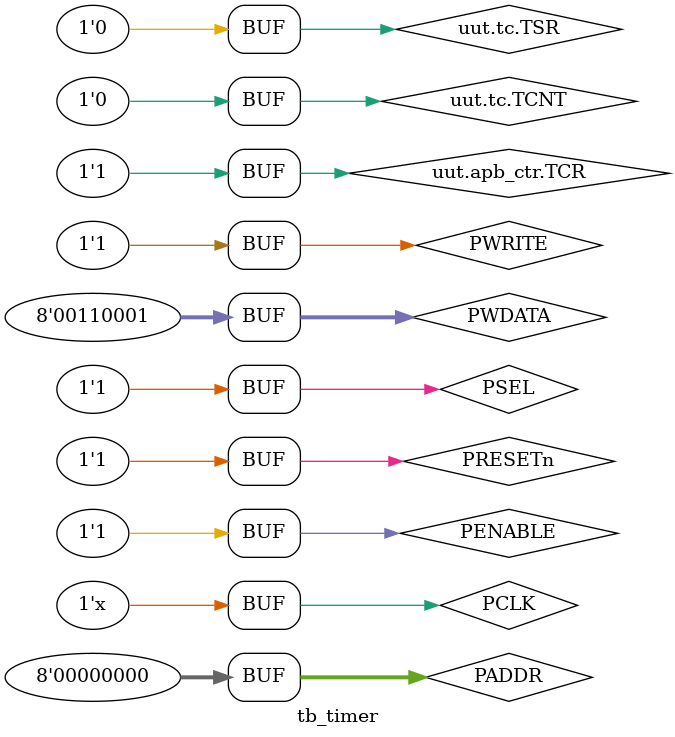
<source format=v>
`timescale 1ns / 1ps
module tb_timer;
    reg [3:0] Clk;    
    reg PCLK;            
    reg PRESETn;           
    reg PSEL;               
    reg PENABLE;        
    reg PWRITE;        
    reg [7:0] PADDR;     
    reg [7:0] PWDATA;       
    wire [7:0] PRDATA;      
    wire PREADY;           
    wire PSLVERR;          
    timer uut (
        .Clk(Clk),
        .PCLK(PCLK),
        .PRESETn(PRESETn),
        .PSEL(PSEL),
        .PENABLE(PENABLE),
        .PWRITE(PWRITE),
        .PADDR(PADDR),
        .PWDATA(PWDATA),
        .PRDATA(PRDATA),
        .PREADY(PREADY),
        .PSLVERR(PSLVERR)
    );
    initial begin
        PCLK = 0;
        Clk = 0;
        PRESETn = 1; 
        PSEL = 1;       
        PENABLE = 1; 
        PWRITE = 0; 
        uut.apb_ctr.TCR = 8'h1;
        uut.tc.TSR = 8'h0; 
        uut.tc.TCNT = 8'h0;
        #20;
        PWRITE = 1; 
        PADDR = 8'h01;   
        PWDATA = 8'hfa; 
        #320;  
        PADDR = 8'h00;   
        PWDATA = 8'b10010001; 
        #20;
        PADDR = 8'h00;   
        PWDATA = 8'b00010001;  
        #800;
        PADDR = 8'h00;   
        PWDATA = 8'b00110001;  
    end
    
    always #10 PCLK = ~PCLK; 
    always @(posedge PCLK) begin
       if (Clk == 4'b1111)
           Clk = 4'b0000;
       else
           Clk = Clk + 1; 
    end
endmodule

</source>
